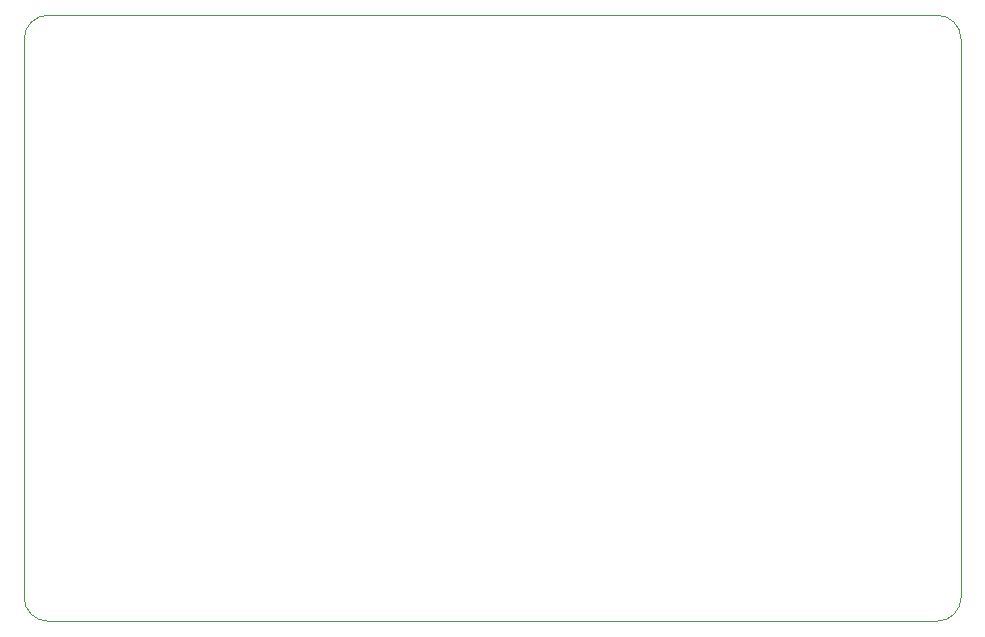
<source format=gbr>
%TF.GenerationSoftware,KiCad,Pcbnew,(7.0.0)*%
%TF.CreationDate,2023-07-11T22:52:14+02:00*%
%TF.ProjectId,newPCB,6e657750-4342-42e6-9b69-6361645f7063,rev?*%
%TF.SameCoordinates,Original*%
%TF.FileFunction,Profile,NP*%
%FSLAX46Y46*%
G04 Gerber Fmt 4.6, Leading zero omitted, Abs format (unit mm)*
G04 Created by KiCad (PCBNEW (7.0.0)) date 2023-07-11 22:52:14*
%MOMM*%
%LPD*%
G01*
G04 APERTURE LIST*
%TA.AperFunction,Profile*%
%ADD10C,0.100000*%
%TD*%
G04 APERTURE END LIST*
D10*
X138176000Y-119380000D02*
X138176000Y-72136000D01*
X217511159Y-72136000D02*
X217511159Y-119380000D01*
X138176000Y-119380000D02*
G75*
G03*
X140208000Y-121412000I2032000J0D01*
G01*
X215479159Y-121412000D02*
X140208000Y-121412000D01*
X140208000Y-70104000D02*
G75*
G03*
X138176000Y-72136000I0J-2032000D01*
G01*
X140208000Y-70104000D02*
X215479159Y-70104000D01*
X217511200Y-72136000D02*
G75*
G03*
X215479159Y-70104000I-2032000J0D01*
G01*
X215479159Y-121411959D02*
G75*
G03*
X217511159Y-119380000I41J2031959D01*
G01*
M02*

</source>
